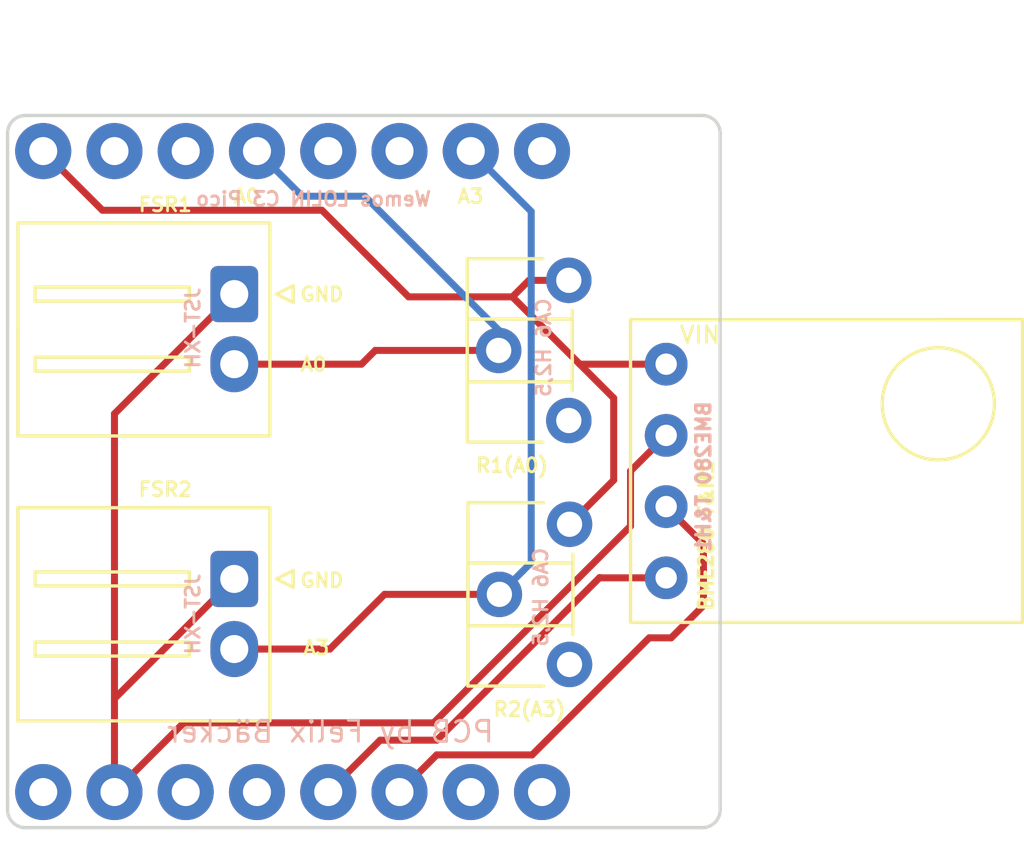
<source format=kicad_pcb>
(kicad_pcb (version 20221018) (generator pcbnew)
  (layers (0 "F.Cu" signal) (31 "B.Cu" signal) (34 "B.Paste" user) (35 "F.Paste" user) (36 "B.SilkS" user "B.Silkscreen") (37 "F.SilkS" user "F.Silkscreen") (38 "B.Mask" user) (39 "F.Mask" user) (44 "Edge.Cuts" user))
  (net 0 "")
  (net 1 "VIN")
  (net 2 "GND")
  (net 3 "3.3V")
  (net 4 "RST")
  (net 5 "A3")
  (net 6 "A2")
  (net 7 "A1")
  (net 8 "A0")
  (net 9 "A4")
  (net 10 "A5")
  (net 11 "SCL")
  (net 12 "SDA")
  (footprint "MountingHole:MountingHole_2.2mm_M2" (layer "F.Cu") (at 137.2 137.2)
    (fp_text reference "REF**" hide)
    (fp_text value "MountingHole_2.2mm_M2")
    (pad "" np_thru_hole circle (at 0 0) (size 2.2 2.2) (drill 2.2) (layers "*.Cu" "*.Mask"))
  )
  (footprint "Connector_JST:JST_XH_S2B-XH-A-1_1x02_P2.50mm_Horizontal" (layer "F.Cu") (at 114.375 152.4 -90)
    (fp_text reference "FSR2" (at -4.445 -5.64) (layer "F.SilkS") (effects (font (size 0.5 0.5) (thickness 0.1))))
    (fp_text value "JST_XH_S2B-XH-A-1_1x02_P2.50mm_Horizontal" hide)
    (fp_line (start -1.55 -10.2) (end -0.95 -10.2) (stroke (width 0.12)) (layer "F.SilkS"))
    (fp_line (start -1.5 -6.5) (end -1.5 -1) (stroke (width 0.12)) (layer "F.SilkS"))
    (fp_line (start -1.5 -1) (end -1 -1) (stroke (width 0.12)) (layer "F.SilkS"))
    (fp_line (start -1.25 -9.6) (end -1.55 -10.2) (stroke (width 0.12)) (layer "F.SilkS"))
    (fp_line (start -1 -6.5) (end -1.5 -6.5) (stroke (width 0.12)) (layer "F.SilkS"))
    (fp_line (start -1 -1) (end -1 -6.5) (stroke (width 0.12)) (layer "F.SilkS"))
    (fp_line (start -0.95 -10.2) (end -1.25 -9.6) (stroke (width 0.12)) (layer "F.SilkS"))
    (fp_line (start 0 -0.39) (end -3.81 -0.39) (stroke (width 0.12)) (layer "F.SilkS"))
    (fp_line (start 0 -0.39) (end 3.81 -0.39) (stroke (width 0.12)) (layer "F.SilkS"))
    (fp_line (start 1 -6.5) (end 1 -1) (stroke (width 0.12)) (layer "F.SilkS"))
    (fp_line (start 1 -1) (end 1.5 -1) (stroke (width 0.12)) (layer "F.SilkS"))
    (fp_line (start 1.5 -6.5) (end 1 -6.5) (stroke (width 0.12)) (layer "F.SilkS"))
    (fp_line (start 1.5 -1) (end 1.5 -6.5) (stroke (width 0.12)) (layer "F.SilkS"))
    (fp_rect (start 3.81 -0.39) (end -3.79 -9.37) (stroke (width 0.12)) (fill none) (layer "F.SilkS"))
    (pad "1" thru_hole roundrect (at -1.25 -8.1) (size 1.7 2) (drill 1) (layers "*.Cu" "*.Mask") (roundrect_rratio 0.1470588235) (net 2 "GND"))
    (pad "2" thru_hole oval (at 1.25 -8.1) (size 1.7 2) (drill 1) (layers "*.Cu" "*.Mask") (net 5 "A3"))
  )
  (footprint "Potentiometer_THT:Potentiometer_ACP_CA6-H2,5_Horizontal" (layer "F.Cu") (at 134.425 154.2 180)
    (fp_text reference "R2(A3)" (at 1.425 -1.6) (layer "F.SilkS") (effects (font (size 0.5 0.5) (thickness 0.1))))
    (fp_text value "Potentiometer_ACP_CA6-H2,5_Horizontal")
    (fp_line (start -0.121 1.066) (end -0.121 3.935) (stroke (width 0.12)) (layer "F.SilkS"))
    (fp_line (start -0.121 1.38) (end -0.121 3.62) (stroke (width 0.12)) (layer "F.SilkS"))
    (fp_line (start -0.121 1.38) (end 3.62 1.38) (stroke (width 0.12)) (layer "F.SilkS"))
    (fp_line (start -0.121 3.62) (end 3.62 3.62) (stroke (width 0.12)) (layer "F.SilkS"))
    (fp_line (start 0.925 -0.77) (end 3.62 -0.77) (stroke (width 0.12)) (layer "F.SilkS"))
    (fp_line (start 0.925 5.77) (end 3.62 5.77) (stroke (width 0.12)) (layer "F.SilkS"))
    (fp_line (start 3.62 -0.77) (end 3.62 5.77) (stroke (width 0.12)) (layer "F.SilkS"))
    (fp_line (start 3.62 1.38) (end 3.62 3.62) (stroke (width 0.12)) (layer "F.SilkS"))
    (pad "1" thru_hole circle (at 0 0 180) (size 1.62 1.62) (drill 0.9) (layers "*.Cu" "*.Mask"))
    (pad "2" thru_hole circle (at 2.5 2.5 180) (size 1.62 1.62) (drill 0.9) (layers "*.Cu" "*.Mask") (net 5 "A3"))
    (pad "3" thru_hole circle (at 0 5 180) (size 1.62 1.62) (drill 0.9) (layers "*.Cu" "*.Mask") (net 3 "3.3V"))
  )
  (footprint "Potentiometer_THT:Potentiometer_ACP_CA6-H2,5_Horizontal" (layer "F.Cu") (at 134.4 145.5 180)
    (fp_text reference "R1(A0)" (at 2.025 -1.6) (layer "F.SilkS") (effects (font (size 0.5 0.5) (thickness 0.1))))
    (fp_text value "Potentiometer_ACP_CA6-H2,5_Horizontal")
    (fp_line (start -0.121 1.066) (end -0.121 3.935) (stroke (width 0.12)) (layer "F.SilkS"))
    (fp_line (start -0.121 1.38) (end -0.121 3.62) (stroke (width 0.12)) (layer "F.SilkS"))
    (fp_line (start -0.121 1.38) (end 3.62 1.38) (stroke (width 0.12)) (layer "F.SilkS"))
    (fp_line (start -0.121 3.62) (end 3.62 3.62) (stroke (width 0.12)) (layer "F.SilkS"))
    (fp_line (start 0.925 -0.77) (end 3.62 -0.77) (stroke (width 0.12)) (layer "F.SilkS"))
    (fp_line (start 0.925 5.77) (end 3.62 5.77) (stroke (width 0.12)) (layer "F.SilkS"))
    (fp_line (start 3.62 -0.77) (end 3.62 5.77) (stroke (width 0.12)) (layer "F.SilkS"))
    (fp_line (start 3.62 1.38) (end 3.62 3.62) (stroke (width 0.12)) (layer "F.SilkS"))
    (pad "1" thru_hole circle (at 0 0 180) (size 1.62 1.62) (drill 0.9) (layers "*.Cu" "*.Mask"))
    (pad "2" thru_hole circle (at 2.5 2.5 180) (size 1.62 1.62) (drill 0.9) (layers "*.Cu" "*.Mask") (net 8 "A0"))
    (pad "3" thru_hole circle (at 0 5 180) (size 1.62 1.62) (drill 0.9) (layers "*.Cu" "*.Mask") (net 3 "3.3V"))
  )
  (footprint "Custom Footprints:BME280 5V" (layer "F.Cu") (at 136.6 147.3 -90)
    (fp_text reference "BME280 T&H1" (at 2.3 -2.7 90 unlocked) (layer "F.SilkS") (effects (font (size 0.5 0.5) (thickness 0.125))))
    (fp_text value "BME280 5V")
    (fp_line (start -5.3975 -13.97) (end -5.3975 -10.97) (stroke (width 0.12)) (layer "F.SilkS"))
    (fp_line (start -5.3975 -13.97) (end 5.3975 -13.97) (stroke (width 0.12)) (layer "F.SilkS"))
    (fp_line (start -5.3975 0) (end -5.3975 -13.97) (stroke (width 0.12)) (layer "F.SilkS"))
    (fp_line (start 5.3975 -13.97) (end 5.3975 0) (stroke (width 0.12)) (layer "F.SilkS"))
    (fp_line (start 5.3975 0) (end -5.3975 0) (stroke (width 0.12)) (layer "F.SilkS"))
    (fp_circle (center -2.3975 -10.97) (end -0.3975 -10.97) (stroke (width 0.12)) (fill none) (layer "F.SilkS"))
    (pad "1" thru_hole circle (at -3.81 -1.27 180) (size 1.524 1.524) (drill 0.762) (layers "*.Cu" "*.Mask") (net 3 "3.3V"))
    (pad "2" thru_hole circle (at -1.27 -1.27 180) (size 1.524 1.524) (drill 0.762) (layers "*.Cu" "*.Mask") (net 2 "GND"))
    (pad "3" thru_hole circle (at 1.27 -1.27 180) (size 1.524 1.524) (drill 0.762) (layers "*.Cu" "*.Mask") (net 11 "SCL"))
    (pad "4" thru_hole circle (at 3.81 -1.27 180) (size 1.524 1.524) (drill 0.762) (layers "*.Cu" "*.Mask") (net 12 "SDA"))
  )
  (footprint "MountingHole:MountingHole_2.2mm_M2" (layer "F.Cu") (at 137.2 157.44)
    (fp_text reference "REF**" hide)
    (fp_text value "MountingHole_2.2mm_M2")
    (pad "" np_thru_hole circle (at 0 0.04) (size 2.2 2.2) (drill 2.2) (layers "F&B.Cu" "*.Mask"))
  )
  (footprint "Connector_JST:JST_XH_S2B-XH-A-1_1x02_P2.50mm_Horizontal" (layer "F.Cu") (at 114.375 142.24 -90)
    (fp_text reference "FSR1" (at -4.445 -5.64) (layer "F.SilkS") (effects (font (size 0.5 0.5) (thickness 0.1))))
    (fp_text value "ST_XH_S2B-XH-A-1_1x02_P2.50mm_Horizontal" hide)
    (fp_line (start -1.55 -10.2) (end -0.95 -10.2) (stroke (width 0.12)) (layer "F.SilkS"))
    (fp_line (start -1.5 -6.5) (end -1.5 -1) (stroke (width 0.12)) (layer "F.SilkS"))
    (fp_line (start -1.5 -1) (end -1 -1) (stroke (width 0.12)) (layer "F.SilkS"))
    (fp_line (start -1.25 -9.6) (end -1.55 -10.2) (stroke (width 0.12)) (layer "F.SilkS"))
    (fp_line (start -1 -6.5) (end -1.5 -6.5) (stroke (width 0.12)) (layer "F.SilkS"))
    (fp_line (start -1 -1) (end -1 -6.5) (stroke (width 0.12)) (layer "F.SilkS"))
    (fp_line (start -0.95 -10.2) (end -1.25 -9.6) (stroke (width 0.12)) (layer "F.SilkS"))
    (fp_line (start 0 -0.39) (end 3.81 -0.39) (stroke (width 0.12)) (layer "F.SilkS"))
    (fp_line (start 1 -6.5) (end 1 -1) (stroke (width 0.12)) (layer "F.SilkS"))
    (fp_line (start 1 -1) (end 1.5 -1) (stroke (width 0.12)) (layer "F.SilkS"))
    (fp_line (start 1.5 -6.5) (end 1 -6.5) (stroke (width 0.12)) (layer "F.SilkS"))
    (fp_line (start 1.5 -1) (end 1.5 -6.5) (stroke (width 0.12)) (layer "F.SilkS"))
    (fp_rect (start 3.81 -0.39) (end -3.79 -9.37) (stroke (width 0.12)) (fill none) (layer "F.SilkS"))
    (pad "1" thru_hole roundrect (at -1.25 -8.1) (size 1.7 2) (drill 1) (layers "*.Cu" "*.Mask") (roundrect_rratio 0.1470588235) (net 2 "GND"))
    (pad "2" thru_hole oval (at 1.25 -8.1) (size 1.7 2) (drill 1) (layers "*.Cu" "*.Mask") (net 8 "A0"))
  )
  (footprint "Module:WEMOS_Lolin_ESP32-C3_Pico" (layer "F.Cu") (at 114.395 147.32 -90)
    (fp_text reference "Wemos LOLIN C3 Pico" (at -9.72 -10.905) (layer "B.SilkS") (effects (font (size 0.5 0.5) (thickness 0.1)) (justify mirror)))
    (fp_text value "ESP32-C3")
    (fp_line (start -12.7 -24.765) (end -12.7 -0.635) (stroke (width 0.12)) (layer "Edge.Cuts"))
    (fp_line (start -12.065 0) (end 12.065 0) (stroke (width 0.12)) (layer "Edge.Cuts"))
    (fp_line (start 12.065 -25.4) (end -12.065 -25.4) (stroke (width 0.12)) (layer "Edge.Cuts"))
    (fp_line (start 12.7 -0.635) (end 12.7 -24.765) (stroke (width 0.12)) (layer "Edge.Cuts"))
    (fp_arc (start -12.7 -24.765) (mid -12.514013 -25.214013) (end -12.065 -25.4) (stroke (width 0.12)) (layer "Edge.Cuts"))
    (fp_arc (start -12.065 0) (mid -12.514013 -0.185987) (end -12.7 -0.635) (stroke (width 0.12)) (layer "Edge.Cuts"))
    (fp_arc (start 12.065 -25.4) (mid 12.514013 -25.214013) (end 12.7 -24.765) (stroke (width 0.12)) (layer "Edge.Cuts"))
    (fp_arc (start 12.7 -0.635) (mid 12.514013 -0.185987) (end 12.065 0) (stroke (width 0.12)) (layer "Edge.Cuts"))
    (pad "1" thru_hole circle (at -11.43 -19.05 270) (size 2 2) (drill 1) (layers "*.Cu" "*.Mask") (net 4 "RST"))
    (pad "2" thru_hole circle (at -11.43 -16.51 270) (size 2 2) (drill 1) (layers "*.Cu" "*.Mask") (net 5 "A3"))
    (pad "3" thru_hole circle (at -11.43 -13.97 270) (size 2 2) (drill 1) (layers "*.Cu" "*.Mask") (net 6 "A2"))
    (pad "4" thru_hole circle (at -11.43 -11.43 270) (size 2 2) (drill 1) (layers "*.Cu" "*.Mask") (net 7 "A1"))
    (pad "5" thru_hole circle (at -11.43 -8.89 270) (size 2 2) (drill 1) (layers "*.Cu" "*.Mask") (net 8 "A0"))
    (pad "6" thru_hole circle (at -11.43 -6.35 270) (size 2 2) (drill 1) (layers "*.Cu" "*.Mask") (net 9 "A4"))
    (pad "7" thru_hole circle (at -11.43 -3.81 270) (size 2 2) (drill 1) (layers "*.Cu" "*.Mask") (net 10 "A5"))
    (pad "8" thru_hole circle (at -11.43 -1.27 270) (size 2 2) (drill 1) (layers "*.Cu" "*.Mask") (net 3 "3.3V"))
    (pad "9" thru_hole circle (at 11.43 -1.27 270) (size 2 2) (drill 1) (layers "*.Cu" "*.Mask") (net 1 "VIN"))
    (pad "10" thru_hole circle (at 11.43 -3.81 270) (size 2 2) (drill 1) (layers "*.Cu" "*.Mask") (net 2 "GND"))
    (pad "11" thru_hole circle (at 11.43 -6.35 270) (size 2 2) (drill 1) (layers "*.Cu" "*.Mask"))
    (pad "12" thru_hole circle (at 11.43 -8.89 270) (size 2 2) (drill 1) (layers "*.Cu" "*.Mask"))
    (pad "13" thru_hole circle (at 11.43 -11.43 270) (size 2 2) (drill 1) (layers "*.Cu" "*.Mask") (net 12 "SDA"))
    (pad "14" thru_hole circle (at 11.43 -13.97 270) (size 2 2) (drill 1) (layers "*.Cu" "*.Mask") (net 11 "SCL"))
    (pad "15" thru_hole circle (at 11.43 -16.51 270) (size 2 2) (drill 1) (layers "*.Cu" "*.Mask"))
    (pad "16" thru_hole circle (at 11.43 -19.05 270) (size 2 2) (drill 1) (layers "*.Cu" "*.Mask"))
  )
  (gr_text "CA6 H2,5" (at 133.4 151.8 90) (layer "B.SilkS") (effects (font (size 0.5 0.5) (thickness 0.1)) (justify mirror)))
  (gr_text "CA6 H2,5" (at 133.5 142.9 90) (layer "B.SilkS") (effects (font (size 0.5 0.5) (thickness 0.1)) (justify mirror)))
  (gr_text "JST-XH" (at 121 152.4 90) (layer "B.SilkS") (effects (font (size 0.5 0.5) (thickness 0.1)) (justify mirror)))
  (gr_text "PCB by Felix Bäcker" (at 125.9 156.6) (layer "B.SilkS") (effects (font (size 0.75 0.75) (thickness 0.1)) (justify mirror)))
  (gr_text "BME280 T&H1" (at 139.2 147.5 90) (layer "B.SilkS") (effects (font (size 0.5 0.5) (thickness 0.125)) (justify mirror)))
  (gr_text "JST-XH" (at 121 142.2 90) (layer "B.SilkS") (effects (font (size 0.5 0.5) (thickness 0.1)) (justify mirror)))
  (gr_text "GND" (at 125.6 141) (layer "F.SilkS") (effects (font (size 0.5 0.5) (thickness 0.1))))
  (gr_text "GND" (at 125.6 151.2) (layer "F.SilkS") (effects (font (size 0.5 0.5) (thickness 0.1))))
  (gr_text "A3" (at 130.9 137.5) (layer "F.SilkS") (effects (font (size 0.5 0.5) (thickness 0.1))))
  (gr_text "A0		" (at 124.4 137.5) (layer "F.SilkS") (effects (font (size 0.5 0.5) (thickness 0.1))))
  (gr_text "VIN" (at 138.3 142.8) (layer "F.SilkS") (effects (font (size 0.6 0.6) (thickness 0.1)) (justify left bottom)))
  (gr_text "A3" (at 125.4 153.6) (layer "F.SilkS") (effects (font (size 0.5 0.5) (thickness 0.1))))
  (gr_text "A0" (at 125.3 143.5) (layer "F.SilkS") (effects (font (size 0.5 0.5) (thickness 0.1))))
  (segment (start 120.673198 156.281802) (end 129.581802 156.281802) (width 0.25) (layer "F.Cu") (net 2))
  (segment (start 118.205 155.42) (end 122.475 151.15) (width 0.25) (layer "F.Cu") (net 2))
  (segment (start 136.59948 149.264124) (end 136.59948 147.30052) (width 0.25) (layer "F.Cu") (net 2))
  (segment (start 136.59948 147.30052) (end 137.87 146.03) (width 0.25) (layer "F.Cu") (net 2))
  (segment (start 118.205 158.75) (end 120.673198 156.281802) (width 0.25) (layer "F.Cu") (net 2))
  (segment (start 118.205 158.75) (end 118.205 155.42) (width 0.25) (layer "F.Cu") (net 2))
  (segment (start 118.205 145.26) (end 118.205 155.42) (width 0.25) (layer "F.Cu") (net 2))
  (segment (start 129.581802 156.281802) (end 136.59948 149.264124) (width 0.25) (layer "F.Cu") (net 2))
  (segment (start 122.475 140.99) (end 118.205 145.26) (width 0.25) (layer "F.Cu") (net 2))
  (segment (start 132.39 141.09) (end 132.98 140.5) (width 0.25) (layer "F.Cu") (net 3))
  (segment (start 132.98 140.5) (end 134.4 140.5) (width 0.25) (layer "F.Cu") (net 3))
  (segment (start 125.6 138) (end 128.69 141.09) (width 0.25) (layer "F.Cu") (net 3))
  (segment (start 136 144.7) (end 136 147.625) (width 0.25) (layer "F.Cu") (net 3))
  (segment (start 132.39 141.09) (end 134.79 143.49) (width 0.25) (layer "F.Cu") (net 3))
  (segment (start 128.69 141.09) (end 132.39 141.09) (width 0.25) (layer "F.Cu") (net 3))
  (segment (start 134.425 149.2) (end 136 147.625) (width 0.25) (layer "F.Cu") (net 3))
  (segment (start 134.79 143.49) (end 137.87 143.49) (width 0.25) (layer "F.Cu") (net 3))
  (segment (start 117.775 138) (end 125.6 138) (width 0.25) (layer "F.Cu") (net 3))
  (segment (start 134.79 143.49) (end 136 144.7) (width 0.25) (layer "F.Cu") (net 3))
  (segment (start 115.665 135.89) (end 117.775 138) (width 0.25) (layer "F.Cu") (net 3))
  (segment (start 127.831088 151.7) (end 125.881088 153.65) (width 0.25) (layer "F.Cu") (net 5))
  (segment (start 131.925 151.7) (end 127.831088 151.7) (width 0.25) (layer "F.Cu") (net 5))
  (segment (start 125.881088 153.65) (end 122.475 153.65) (width 0.25) (layer "F.Cu") (net 5))
  (segment (start 133.06 138.045) (end 133.06 150.565) (width 0.25) (layer "B.Cu") (net 5))
  (segment (start 133.06 150.565) (end 131.925 151.7) (width 0.25) (layer "B.Cu") (net 5))
  (segment (start 130.905 135.89) (end 133.06 138.045) (width 0.25) (layer "B.Cu") (net 5))
  (segment (start 127.01 143.49) (end 127.5 143) (width 0.25) (layer "F.Cu") (net 8))
  (segment (start 127.5 143) (end 131.9 143) (width 0.25) (layer "F.Cu") (net 8))
  (segment (start 122.475 143.49) (end 127.01 143.49) (width 0.25) (layer "F.Cu") (net 8))
  (segment (start 124.895 137.5) (end 127.125 137.5) (width 0.25) (layer "B.Cu") (net 8))
  (segment (start 123.285 135.89) (end 124.895 137.5) (width 0.25) (layer "B.Cu") (net 8))
  (segment (start 131.9 142.275) (end 131.9 143) (width 0.25) (layer "B.Cu") (net 8))
  (segment (start 127.125 137.5) (end 131.9 142.275) (width 0.25) (layer "B.Cu") (net 8))
  (segment (start 133.092251 157.425) (end 137.267251 153.25) (width 0.25) (layer "F.Cu") (net 11))
  (segment (start 139.2 149.9) (end 137.87 148.57) (width 0.25) (layer "F.Cu") (net 11))
  (segment (start 129.69 157.425) (end 133.092251 157.425) (width 0.25) (layer "F.Cu") (net 11))
  (segment (start 128.365 158.75) (end 129.69 157.425) (width 0.25) (layer "F.Cu") (net 11))
  (segment (start 137.267251 153.25) (end 138.05 153.25) (width 0.25) (layer "F.Cu") (net 11))
  (segment (start 139.2 152.1) (end 139.2 149.9) (width 0.25) (layer "F.Cu") (net 11))
  (segment (start 138.05 153.25) (end 139.2 152.1) (width 0.25) (layer "F.Cu") (net 11))
  (segment (start 135.51 151.11) (end 135.5 151.1) (width 0.25) (layer "F.Cu") (net 12))
  (segment (start 127.675 156.9) (end 125.825 158.75) (width 0.25) (layer "F.Cu") (net 12))
  (segment (start 135.5 151.1) (end 129.7 156.9) (width 0.25) (layer "F.Cu") (net 12))
  (segment (start 137.87 151.11) (end 135.51 151.11) (width 0.25) (layer "F.Cu") (net 12))
  (segment (start 129.7 156.9) (end 127.675 156.9) (width 0.25) (layer "F.Cu") (net 12))
)
</source>
